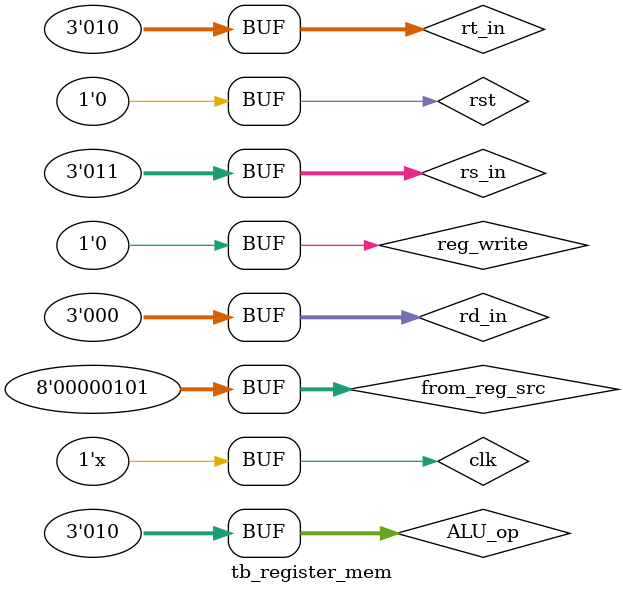
<source format=v>

module tb_register_mem();

    reg clk;
    reg rst;
    reg [2:0] ALU_op;
    reg [2:0] rs_in;
    reg [2:0] rt_in;
    reg [2:0] rd_in;
    reg [7:0] from_reg_src;
    reg reg_write;
    wire [7:0] rs_out;
    wire [7:0] rt_out;
    wire [7:0] save_out;

    Register_Mem DUT(
        .clk(clk),
        .rst(rst),
        .ALU_op(ALU_op),
        .rs_in(rs_in),
        .rt_in(rt_in),
        .rd_in(rd_in),
        .from_reg_src(from_reg_src),
        .reg_write(reg_write),
        .rs_out(rs_out),
        .rt_out(rt_out),
        .save_out(save_out)
    );

  always begin
    #5
    clk = ~clk;
  end


  initial begin 
//     $monitor("clk: %1b at time: %t", clk, $time);
    $monitor("rst:%1b at time: %t", rst, $time);
    $monitor("rs_in:%3b at time: %t", rs_in, $time);
    $monitor("rs_out:%8b at time: %t", rs_out, $time);
    $monitor("rt_in:%3b at time: %t", rt_in, $time);
    $monitor("rt_out:%8b at time: %t", rt_out, $time);
    $monitor("rd_in:%3b at time: %t", rd_in, $time);
    clk = 1'b0;
    rst = 1'b0;
    ALU_op = 3'b000;
    rs_in = 3'b000;
    rt_in = 3'b000;
    rd_in = 3'b000;
    from_reg_src = 8'd0;
    reg_write = 1'b0;
    
    // Reset all registers
    #3
    rst = 1'b1;
    #2
    rst = 1'b0;
    rs_in = 3'b001;
    rt_in = 3'b010;
    #10
    rs_in = 3'b011;
    rt_in = 3'b100;
    #10
    rs_in = 3'b101;
    rt_in = 3'b110;
    #10
    rs_in = 3'b111;
    rt_in = 3'b100;
    #10
    
    // Test ADDI to register 1
    $display("ADDI $1 $1 5");
    ALU_op = 3'b000;
    rs_in = 3'b001; // Source register
    rt_in = 3'b101; // Immediate value
    rd_in = 3'b001; // Destination register
    reg_write = 1'b1;
    from_reg_src = 8'd5;
    #10
    // Test ADDI to register 2
    $display("ADDI $2 $2 4");
    ALU_op = 3'b000;
    rs_in = 3'b010; // Source register
    rt_in = 3'b100; // Immediate value
    rd_in = 3'b010; // Destination register
    reg_write = 1'b1;
    from_reg_src = 8'd4;
    #10
    // Test MULT to register 3
    $display("MULT $1 $2 $3");
    ALU_op = 3'b010;
    rs_in = 3'b001; // Source register
    rt_in = 3'b010; // Source register
    rd_in = 3'b011; // Destination register
    reg_write = 1'b1;
    from_reg_src = 8'd20;
    #10
    // Check register values
    $display("Checking register values");
    ALU_op = 3'b010;
    rs_in = 3'b001;
    rt_in = 3'b010;
    rd_in = 3'b000;
    reg_write = 1'b0;
    from_reg_src = 8'd5;
    #10
    rs_in = 3'b011;
    

  end

endmodule
</source>
